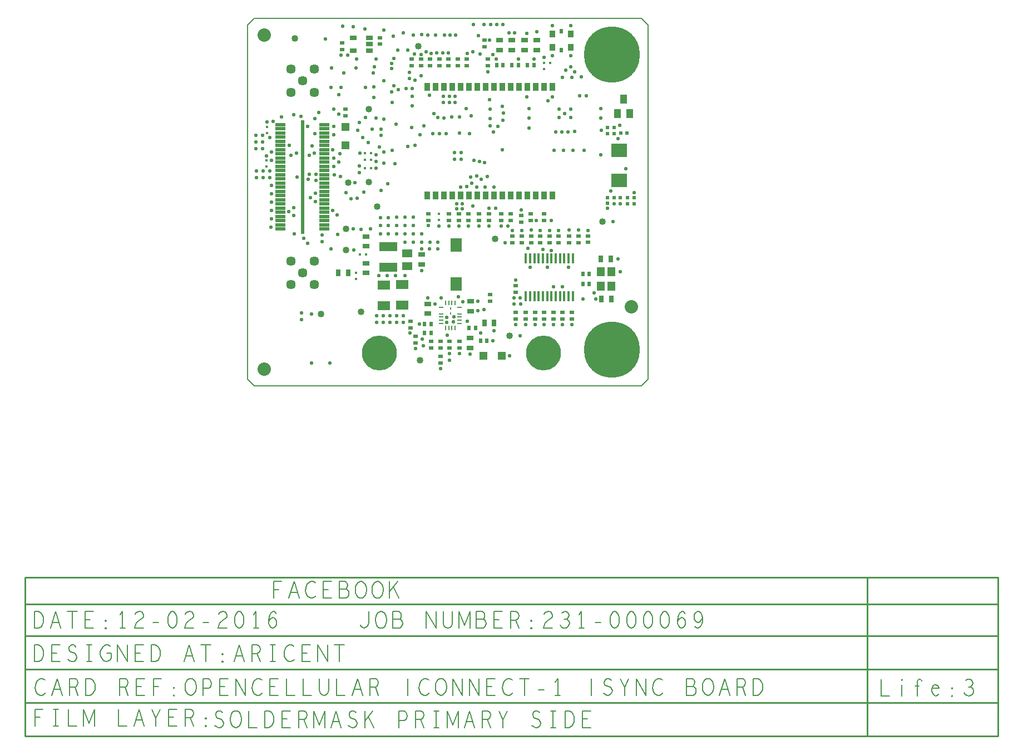
<source format=gbr>
G04 ================== begin FILE IDENTIFICATION RECORD ==================*
G04 Layout Name:  Fb_Connect1_SYNC_Life-3.brd*
G04 Film Name:    smpr.gbr*
G04 File Format:  Gerber RS274X*
G04 File Origin:  Cadence Allegro 16.6-2015-S065*
G04 Origin Date:  Fri Dec 02 18:28:17 2016*
G04 *
G04 Layer:  VIA CLASS/SOLDERMASK_TOP*
G04 Layer:  PIN/SOLDERMASK_TOP*
G04 Layer:  PACKAGE GEOMETRY/SOLDERMASK_TOP*
G04 Layer:  DRAWING FORMAT/SMPR*
G04 Layer:  DRAWING FORMAT/FILM_LABEL_OUTLINE*
G04 Layer:  BOARD GEOMETRY/OUTLINE*
G04 Layer:  BOARD GEOMETRY/SOLDERMASK_TOP*
G04 *
G04 Offset:    (0.000 0.000)*
G04 Mirror:    No*
G04 Mode:      Positive*
G04 Rotation:  0*
G04 FullContactRelief:  No*
G04 UndefLineWidth:     6.000*
G04 ================== end FILE IDENTIFICATION RECORD ====================*
%FSLAX25Y25*MOIN*%
%IR0*IPPOS*OFA0.00000B0.00000*MIA0B0*SFA1.00000B1.00000*%
%ADD32R,.066929X.07874*%
%ADD24R,.11X.055*%
%ADD15R,.024X.684*%
%ADD20C,.208661*%
%ADD36C,.334646*%
%ADD28R,.008661X.014173*%
%ADD29R,.008661X.015748*%
%ADD31R,.027559X.009843*%
%ADD30R,.009843X.027559*%
%ADD19R,.03X.024*%
%ADD25R,.024X.03*%
%ADD39R,.012X.08*%
%ADD13R,.059X.02*%
%ADD21R,.043X.028*%
%ADD17R,.028X.043*%
%ADD16C,.04*%
%ADD11C,.022*%
%ADD26R,.059X.051*%
%ADD23R,.075X.055*%
%ADD22R,.039X.028*%
%ADD10C,.08*%
%ADD40R,.039X.055*%
%ADD38R,.02X.02*%
%ADD27R,.035433X.05*%
%ADD12C,.057*%
%ADD14R,.018X.018*%
%ADD35R,.033465X.043307*%
%ADD34R,.023622X.031496*%
%ADD37R,.047244X.055118*%
%ADD18R,.047244X.047244*%
%ADD33R,.017717X.059055*%
%ADD41C,.01*%
%ADD42C,.006*%
G75*
%LPD*%
G75*
G36*
G01X218262Y127200D02*
Y119200D01*
X227362D01*
Y127200D01*
X218262D01*
G37*
G36*
G01Y145200D02*
Y137200D01*
X227362D01*
Y145200D01*
X218262D01*
G37*
G54D10*
X10000Y10000D03*
Y210000D03*
X230000Y47400D03*
G54D11*
X5400Y124800D03*
Y128800D03*
X5200Y150100D03*
Y146100D03*
Y142100D03*
X14537Y99900D03*
X14300Y95132D03*
X14537Y104900D03*
Y109900D03*
Y114900D03*
X24900Y104300D03*
X14537Y119900D03*
X13400Y124800D03*
X9400D03*
Y128800D03*
X13400D03*
X14537Y134900D03*
Y139900D03*
X11368Y137868D03*
X13500Y148600D03*
X9200Y150100D03*
Y146100D03*
Y142100D03*
X11868Y157932D03*
X15500Y158500D03*
X20500Y161000D03*
X38527Y13808D03*
X38500Y42900D03*
X32600Y43600D03*
Y39600D03*
X28047Y91100D03*
X36000Y85532D03*
X33768Y88500D03*
X40968Y110300D03*
Y115300D03*
X37968Y112800D03*
X27800Y106700D03*
X27900Y102200D03*
X29800Y125200D03*
X41000Y123200D03*
X36600Y123600D03*
X41100Y126700D03*
X37000Y126800D03*
X26000Y138000D03*
X37000D03*
X29500Y139500D03*
X40000D03*
X25300Y143950D03*
X38800Y143800D03*
X40500Y150900D03*
X32000Y161500D03*
X40500Y160000D03*
X36217Y155402D03*
X27724Y162500D03*
X49527Y13803D03*
X50269Y82100D03*
X44800Y86412D03*
X44768Y90300D03*
X54100Y90700D03*
X51140Y104870D03*
X53700Y102500D03*
X51700Y131450D03*
X55737Y125316D03*
X52050Y126450D03*
X51900Y150300D03*
X51050Y141450D03*
X51750Y136450D03*
X55400Y138950D03*
X54950Y133950D03*
X42717Y163783D03*
X54824Y162861D03*
X51900Y155300D03*
X51770Y165630D03*
X50250Y178660D03*
X56220Y178560D03*
X54824Y174476D03*
X57800Y187230D03*
X50501Y190500D03*
X56300Y198000D03*
X46800Y207800D03*
X57224Y215224D03*
X63700Y81500D03*
X73700Y94100D03*
X68300Y93800D03*
X63400Y93950D03*
X65900Y112300D03*
X69800Y116200D03*
X59300Y115753D03*
X62005Y112125D03*
X67100Y131600D03*
Y127600D03*
X64400Y121600D03*
X69300Y148800D03*
X72605Y145850D03*
X67650Y139350D03*
X70800Y160800D03*
X66000Y153100D03*
X74700Y153700D03*
X67200Y157800D03*
X75700Y172800D03*
X70860Y178810D03*
X75705Y178905D03*
X65038Y190500D03*
X75370Y187320D03*
X60300Y197900D03*
X65600Y195600D03*
X70500Y213600D03*
X63550Y215000D03*
X89377Y42090D03*
X85377D03*
X81377D03*
X77377D03*
X89377Y38090D03*
X85377D03*
X81377D03*
X77377D03*
X88877Y66064D03*
X83677Y65990D03*
X78877Y66090D03*
X79977Y95890D03*
X84477Y91190D03*
X79977D03*
X89477D03*
Y96190D03*
X84477Y95890D03*
X79977Y100590D03*
X89477Y100890D03*
X84477Y100590D03*
X81700Y133400D03*
X88500Y133000D03*
X84200Y121200D03*
X80000Y117200D03*
X77300Y130400D03*
X81700Y140000D03*
X86700Y141100D03*
X80136Y150100D03*
X79068Y143000D03*
X77300Y138400D03*
Y134400D03*
X81700Y159800D03*
X80105Y153850D03*
X89000Y156800D03*
X77144Y160456D03*
X81739Y182858D03*
X86600Y175900D03*
X86950Y169550D03*
X87900Y179600D03*
X90500Y177300D03*
X90300Y201100D03*
X76320Y191050D03*
X86500Y193000D03*
X77000Y195600D03*
X86515Y189985D03*
X87900Y195900D03*
X87600Y209300D03*
X81739Y213000D03*
X100677Y22321D03*
X104868Y27900D03*
X97600Y31700D03*
X105434Y23965D03*
X103268Y37183D03*
X93377Y42090D03*
Y38090D03*
X94468Y66000D03*
X108177Y52743D03*
X104577Y69037D03*
X104600Y82000D03*
X109300Y82100D03*
X94377Y86190D03*
X109400Y86100D03*
X104477Y86090D03*
X99477Y91190D03*
X94477D03*
X104477Y91090D03*
X99477Y96190D03*
X94477D03*
X99577Y86190D03*
X108418Y96018D03*
X94477Y100890D03*
X99477D03*
X100518Y143999D03*
X103382Y150462D03*
X96235Y143235D03*
X98600Y154850D03*
X105800Y155820D03*
X98700Y173350D03*
X95200Y178100D03*
X109300Y174000D03*
X98700Y167700D03*
X97000Y184200D03*
X98700Y178200D03*
X100500Y183050D03*
X107200Y199900D03*
X96210Y201180D03*
X100100Y198700D03*
X104031Y198500D03*
X97000Y187600D03*
X104300Y185600D03*
X108300Y210200D03*
X93446Y211368D03*
X104500Y210300D03*
X99487Y210187D03*
X115679Y10340D03*
X121177Y15390D03*
X119877Y30258D03*
X121177Y19321D03*
X123900Y41300D03*
X119500Y38200D03*
X123600Y38300D03*
X119500Y41200D03*
X112588Y48899D03*
X116076Y52857D03*
X126415Y53390D03*
X114200Y82000D03*
X114831Y95792D03*
X120831Y95818D03*
X114300Y86000D03*
X125500Y106000D03*
X125600Y109000D03*
X124200Y135800D03*
Y139800D03*
X119250Y151200D03*
X115250D03*
X111250D03*
X122600Y161200D03*
X117800Y160500D03*
X111700Y163100D03*
X114200Y160700D03*
X121000Y169800D03*
X117500Y173300D03*
X124500D03*
X117500Y169800D03*
X124500D03*
X121000Y173300D03*
X113500Y199500D03*
X120631D03*
X117100Y199400D03*
X110300Y198900D03*
X112900Y210100D03*
X121600Y210200D03*
X124665D03*
X118250Y210150D03*
X127177Y19321D03*
X139911Y31624D03*
X133377Y18990D03*
X141779Y45684D03*
X138054Y44929D03*
X131777Y38790D03*
X129327Y50290D03*
X138027Y50643D03*
X126868Y95792D03*
X132468D03*
X138831Y95818D03*
X135100Y107700D03*
X128900Y106000D03*
Y109100D03*
X127831Y119000D03*
X133800Y124900D03*
X131500Y119400D03*
X134376Y121400D03*
X137525Y125800D03*
Y119200D03*
X140000Y123700D03*
X142400Y119200D03*
X142294Y133700D03*
X128200Y135800D03*
Y139800D03*
X139100Y134400D03*
X135950Y135100D03*
X127100Y151400D03*
X133200Y150900D03*
X127200Y161200D03*
X131100Y166000D03*
X134000Y161800D03*
X135100Y200060D03*
X139600Y198700D03*
X131950Y198900D03*
X138400Y209600D03*
X141746Y216400D03*
X135365D03*
X147045Y27190D03*
X157158Y18090D03*
X147930Y33000D03*
X159768Y49000D03*
X159700Y52700D03*
X144668Y95792D03*
X152131D03*
X156100Y95600D03*
X158931Y93000D03*
X154532Y85732D03*
X148668Y106300D03*
X144668D03*
X143800Y125400D03*
X147831Y119000D03*
X152931Y141288D03*
X145481Y159950D03*
X145600Y155600D03*
X150200Y155300D03*
X145481Y165600D03*
X153500Y163500D03*
X152738Y167462D03*
X147631Y151931D03*
X153100Y159100D03*
X145000Y171300D03*
X147300Y198300D03*
X149062Y195738D03*
X144200Y188100D03*
X145720Y216400D03*
X149505D03*
X153305D03*
X156700Y211400D03*
X160200D03*
X145200Y207068D03*
X163600Y29900D03*
X160968Y36700D03*
X172468D03*
X166968D03*
X163668Y49000D03*
X160668Y63400D03*
X163600Y52700D03*
X168100Y82450D03*
X177130Y81600D03*
X169453Y70947D03*
X173300Y99124D03*
X175531Y93000D03*
X164431D03*
X170031Y93300D03*
X164031Y105506D03*
X168957Y154247D03*
Y160247D03*
Y166153D03*
X167600Y172900D03*
X171768Y195738D03*
X162336D03*
X167397Y211200D03*
X173531Y212120D03*
X183468Y36700D03*
X188968D03*
X177968D03*
X188700Y59300D03*
X183500Y59500D03*
X192484Y71016D03*
X182248Y81052D03*
X179689Y70911D03*
X186531Y93000D03*
X181031D03*
X192731Y93300D03*
X182200Y99124D03*
X189468Y140988D03*
X183968D03*
X193668Y165800D03*
X186668D03*
X190268Y163200D03*
X193668Y160800D03*
X186668D03*
X188600Y151900D03*
X192200Y152100D03*
X184900Y151900D03*
X182831Y173000D03*
X180000Y170612D03*
X193713Y197813D03*
X182887D03*
X190900Y189200D03*
X193700Y190900D03*
X188968Y184670D03*
X177831Y196631D03*
X193713Y215587D03*
X182887D03*
X194468Y36700D03*
X208700Y52000D03*
X207825Y55675D03*
X201300Y51900D03*
X204280Y93162D03*
X198331Y93300D03*
X201800Y140900D03*
X195190Y140988D03*
X196300Y152400D03*
X203100Y173600D03*
X199100D03*
X200190Y185012D03*
X194468Y184832D03*
X196100Y188000D03*
X222000Y76000D03*
X223331Y68331D03*
X219000Y98300D03*
X215789Y106211D03*
X217772Y116800D03*
X223412Y109100D03*
X219912D03*
X226742Y129958D03*
X211869Y138532D03*
X222200Y147900D03*
X211980Y166153D03*
X212000Y153200D03*
X223080Y155890D03*
X211980Y160247D03*
X231811Y115689D03*
G54D20*
X79218Y19728D03*
X177643D03*
G54D12*
X26061Y60535D03*
Y74550D03*
Y175850D03*
Y189865D03*
X40076Y60535D03*
X33068Y67542D03*
X40076Y74550D03*
Y175850D03*
X33068Y182858D03*
X40076Y189865D03*
G54D21*
X71000Y67542D03*
Y73442D03*
Y83550D03*
Y89450D03*
X108177Y43237D03*
Y49143D03*
X104577Y78543D03*
Y72637D03*
X133377Y22637D03*
Y28543D03*
X133677Y44737D03*
Y50643D03*
X151031Y201147D03*
X158531D03*
X151031Y207053D03*
X158531D03*
X173531Y201147D03*
X166031D03*
X173531Y207053D03*
X166031D03*
G54D30*
X118724Y34710D03*
X120692D03*
X122661D03*
X124630D03*
X118724Y49670D03*
X120692D03*
X122661D03*
X124630D03*
G54D40*
X221700Y163100D03*
X225450Y171800D03*
X229200Y163100D03*
G54D22*
X72999Y200812D03*
X63550D03*
X72999Y204552D03*
Y208293D03*
X63550D03*
G54D13*
X19818Y93950D03*
Y96450D03*
Y98950D03*
Y101450D03*
Y103950D03*
Y106450D03*
Y108950D03*
Y111450D03*
Y113950D03*
Y116450D03*
Y118950D03*
Y121450D03*
Y123950D03*
Y126450D03*
Y128950D03*
Y131450D03*
Y133950D03*
Y136450D03*
Y138950D03*
Y141450D03*
Y143950D03*
Y146450D03*
Y148950D03*
Y151450D03*
Y153950D03*
Y156450D03*
X46318Y93950D03*
Y96450D03*
Y98950D03*
Y101450D03*
Y103950D03*
Y106450D03*
Y108950D03*
Y111450D03*
Y113950D03*
Y116450D03*
Y118950D03*
Y121450D03*
Y123950D03*
Y126450D03*
Y128950D03*
Y131450D03*
Y133950D03*
Y136450D03*
Y138950D03*
Y141450D03*
Y143950D03*
Y146450D03*
Y148950D03*
Y151450D03*
Y153950D03*
Y156450D03*
G54D31*
X116165Y37268D03*
Y39237D03*
Y41206D03*
Y43174D03*
Y47111D03*
X127188Y37268D03*
Y39237D03*
Y41206D03*
Y43174D03*
Y47111D03*
G54D41*
G01X-133069Y-114500D02*
X371600D01*
Y-209700D01*
X-133069D01*
G01Y-114500D02*
Y-209700D01*
G01Y-189700D02*
X449900D01*
G01X-133069Y-169700D02*
X449900D01*
G01X-133069Y-149700D02*
X449900D01*
G01X-133069Y-130500D02*
X449900D01*
G01X371600Y-114500D02*
X449900D01*
Y-209700D01*
X371600D01*
G54D14*
X11368Y131300D03*
Y134900D03*
X11868Y155100D03*
Y151500D03*
X65050Y63942D03*
Y67542D03*
X67400Y78550D03*
X71000D03*
X74232Y130350D03*
X70632D03*
X70592Y135350D03*
X74192D03*
X74232Y139350D03*
X70632D03*
X114831Y103061D03*
Y99461D03*
X177831Y193300D03*
Y189700D03*
Y193300D03*
X181431D03*
G54D23*
X81777Y48087D03*
X92799Y48409D03*
X81777Y60292D03*
X92799Y60614D03*
G54D32*
X125177Y60879D03*
Y84501D03*
G54D42*
G01X-127194Y-203500D02*
Y-193500D01*
X-122444D01*
G01X-124194Y-198333D02*
X-127194D01*
G01X-116319Y-193500D02*
X-113320D01*
G01X-114819D02*
Y-203500D01*
G01X-116319D02*
X-113320D01*
G01X-107319Y-193500D02*
Y-203500D01*
X-102319D01*
G01X-98069D02*
Y-193500D01*
X-94819Y-201833D01*
X-91569Y-193500D01*
Y-203500D01*
G01X-77319Y-193500D02*
Y-203500D01*
X-72319D01*
G01X-67944D02*
X-64819Y-193500D01*
X-61694Y-203500D01*
G01X-62819Y-200000D02*
X-66819D01*
G01X-54819Y-203500D02*
Y-199000D01*
X-57319Y-193500D01*
G01X-52319D02*
X-54819Y-199000D01*
G01X-42319Y-203500D02*
X-47319D01*
Y-193500D01*
X-42319D01*
G01X-44319Y-198333D02*
X-47319D01*
G01X-37319Y-203500D02*
Y-193500D01*
X-34194D01*
X-33194Y-194000D01*
X-32569Y-194667D01*
X-32319Y-196000D01*
X-32569Y-197333D01*
X-33319Y-198167D01*
X-34194Y-198667D01*
X-37319D01*
G01X-34194D02*
X-32319Y-203500D01*
G01X-24819Y-203833D02*
X-25069Y-203667D01*
Y-203333D01*
X-24819Y-203167D01*
X-24569Y-203333D01*
Y-203667D01*
X-24819Y-203833D01*
G01Y-199334D02*
X-25069Y-199167D01*
Y-198833D01*
X-24819Y-198667D01*
X-24569Y-198833D01*
Y-199167D01*
X-24819Y-199334D01*
G01X-127569Y-165000D02*
Y-155000D01*
X-125069D01*
X-124069Y-155500D01*
X-123319Y-156167D01*
X-122694Y-157166D01*
X-122194Y-158334D01*
X-122069Y-160000D01*
X-122194Y-161667D01*
X-122694Y-162834D01*
X-123319Y-163834D01*
X-124069Y-164500D01*
X-125069Y-165000D01*
X-127569D01*
G01X-112319D02*
X-117319D01*
Y-155000D01*
X-112319D01*
G01X-114319Y-159833D02*
X-117319D01*
G01X-107444Y-163667D02*
X-106444Y-164500D01*
X-105319Y-165000D01*
X-104319D01*
X-103319Y-164500D01*
X-102569Y-163667D01*
X-102194Y-162500D01*
X-102444Y-161334D01*
X-103069Y-160333D01*
X-104194Y-159667D01*
X-105694Y-159333D01*
X-106569Y-158667D01*
X-106944Y-157500D01*
X-106694Y-156333D01*
X-106069Y-155500D01*
X-105194Y-155000D01*
X-104319D01*
X-103444Y-155333D01*
X-102694Y-156167D01*
G01X-96319Y-155000D02*
X-93320D01*
G01X-94819D02*
Y-165000D01*
G01X-96319D02*
X-93320D01*
G01X-84069Y-160000D02*
X-81569D01*
Y-163000D01*
X-82319Y-164000D01*
X-83194Y-164667D01*
X-84444Y-165000D01*
X-85694Y-164667D01*
X-86569Y-164000D01*
X-87319Y-163000D01*
X-87820Y-161833D01*
X-88069Y-160500D01*
Y-159333D01*
X-87820Y-158334D01*
X-87319Y-157166D01*
X-86569Y-156167D01*
X-85819Y-155500D01*
X-84819Y-155000D01*
X-83944D01*
X-82944Y-155333D01*
X-82194Y-156000D01*
G01X-77694Y-165000D02*
Y-155000D01*
X-71944Y-165000D01*
Y-155000D01*
G01X-62319Y-165000D02*
X-67319D01*
Y-155000D01*
X-62319D01*
G01X-64319Y-159833D02*
X-67319D01*
G01X-57569Y-165000D02*
Y-155000D01*
X-55069D01*
X-54069Y-155500D01*
X-53319Y-156167D01*
X-52694Y-157166D01*
X-52194Y-158334D01*
X-52069Y-160000D01*
X-52194Y-161667D01*
X-52694Y-162834D01*
X-53319Y-163834D01*
X-54069Y-164500D01*
X-55069Y-165000D01*
X-57569D01*
G01X-37944D02*
X-34819Y-155000D01*
X-31694Y-165000D01*
G01X-32819Y-161500D02*
X-36819D01*
G01X-24819Y-155000D02*
Y-165000D01*
G01X-27694Y-155000D02*
X-21944D01*
G01X-14819Y-165333D02*
X-15069Y-165167D01*
Y-164833D01*
X-14819Y-164667D01*
X-14569Y-164833D01*
Y-165167D01*
X-14819Y-165333D01*
G01Y-160834D02*
X-15069Y-160667D01*
Y-160333D01*
X-14819Y-160167D01*
X-14569Y-160333D01*
Y-160667D01*
X-14819Y-160834D01*
G01X-7944Y-165000D02*
X-4819Y-155000D01*
X-1694Y-165000D01*
G01X-2819Y-161500D02*
X-6819D01*
G01X2681Y-165000D02*
Y-155000D01*
X5806D01*
X6806Y-155500D01*
X7431Y-156167D01*
X7681Y-157500D01*
X7431Y-158833D01*
X6681Y-159667D01*
X5806Y-160167D01*
X2681D01*
G01X5806D02*
X7681Y-165000D01*
G01X13681Y-155000D02*
X16680D01*
G01X15181D02*
Y-165000D01*
G01X13681D02*
X16680D01*
G01X27931Y-155834D02*
X27181Y-155333D01*
X26306Y-155000D01*
X25306D01*
X24181Y-155500D01*
X23306Y-156333D01*
X22681Y-157333D01*
X22180Y-159000D01*
X22056Y-160500D01*
X22306Y-162000D01*
X22681Y-163000D01*
X23431Y-164000D01*
X24306Y-164667D01*
X25181Y-165000D01*
X26056D01*
X26931Y-164667D01*
X27681Y-164167D01*
X28306Y-163500D01*
G01X37681Y-165000D02*
X32681D01*
Y-155000D01*
X37681D01*
G01X35681Y-159833D02*
X32681D01*
G01X42306Y-165000D02*
Y-155000D01*
X48056Y-165000D01*
Y-155000D01*
G01X55181D02*
Y-165000D01*
G01X52306Y-155000D02*
X58056D01*
G01X-127569Y-145000D02*
Y-135000D01*
X-125069D01*
X-124069Y-135500D01*
X-123319Y-136167D01*
X-122694Y-137166D01*
X-122194Y-138334D01*
X-122069Y-140000D01*
X-122194Y-141667D01*
X-122694Y-142834D01*
X-123319Y-143834D01*
X-124069Y-144500D01*
X-125069Y-145000D01*
X-127569D01*
G01X-117944D02*
X-114819Y-135000D01*
X-111694Y-145000D01*
G01X-112819Y-141500D02*
X-116819D01*
G01X-104819Y-135000D02*
Y-145000D01*
G01X-107694Y-135000D02*
X-101944D01*
G01X-92319Y-145000D02*
X-97319D01*
Y-135000D01*
X-92319D01*
G01X-94319Y-139833D02*
X-97319D01*
G01X-84819Y-145333D02*
X-85069Y-145167D01*
Y-144833D01*
X-84819Y-144667D01*
X-84569Y-144833D01*
Y-145167D01*
X-84819Y-145333D01*
G01Y-140834D02*
X-85069Y-140667D01*
Y-140333D01*
X-84819Y-140167D01*
X-84569Y-140333D01*
Y-140667D01*
X-84819Y-140834D01*
G01X-74819Y-145000D02*
Y-135000D01*
X-76319Y-137000D01*
G01Y-145000D02*
X-73320D01*
G01X-67194Y-136667D02*
X-66444Y-135667D01*
X-65569Y-135167D01*
X-64569Y-135000D01*
X-63319Y-135333D01*
X-62444Y-136167D01*
X-62194Y-137166D01*
X-62319Y-138167D01*
X-62819Y-139000D01*
X-65319Y-140667D01*
X-66444Y-141833D01*
X-67194Y-143500D01*
X-67444Y-145000D01*
X-62194D01*
G01X-56444Y-141667D02*
X-53194D01*
G01X-44819Y-135000D02*
X-45819Y-135333D01*
X-46569Y-136167D01*
X-47069Y-137166D01*
X-47444Y-138500D01*
X-47569Y-140000D01*
X-47444Y-141500D01*
X-47069Y-142834D01*
X-46569Y-143834D01*
X-45819Y-144667D01*
X-44819Y-145000D01*
X-43819Y-144667D01*
X-43069Y-143834D01*
X-42569Y-142834D01*
X-42194Y-141500D01*
X-42069Y-140000D01*
X-42194Y-138500D01*
X-42569Y-137166D01*
X-43069Y-136167D01*
X-43819Y-135333D01*
X-44819Y-135000D01*
G01X-37194Y-136667D02*
X-36444Y-135667D01*
X-35569Y-135167D01*
X-34569Y-135000D01*
X-33319Y-135333D01*
X-32444Y-136167D01*
X-32194Y-137166D01*
X-32319Y-138167D01*
X-32819Y-139000D01*
X-35319Y-140667D01*
X-36444Y-141833D01*
X-37194Y-143500D01*
X-37444Y-145000D01*
X-32194D01*
G01X-26444Y-141667D02*
X-23194D01*
G01X-17194Y-136667D02*
X-16444Y-135667D01*
X-15569Y-135167D01*
X-14569Y-135000D01*
X-13319Y-135333D01*
X-12444Y-136167D01*
X-12194Y-137166D01*
X-12319Y-138167D01*
X-12819Y-139000D01*
X-15319Y-140667D01*
X-16444Y-141833D01*
X-17194Y-143500D01*
X-17444Y-145000D01*
X-12194D01*
G01X-4819Y-135000D02*
X-5819Y-135333D01*
X-6569Y-136167D01*
X-7069Y-137166D01*
X-7444Y-138500D01*
X-7569Y-140000D01*
X-7444Y-141500D01*
X-7069Y-142834D01*
X-6569Y-143834D01*
X-5819Y-144667D01*
X-4819Y-145000D01*
X-3819Y-144667D01*
X-3069Y-143834D01*
X-2569Y-142834D01*
X-2194Y-141500D01*
X-2069Y-140000D01*
X-2194Y-138500D01*
X-2569Y-137166D01*
X-3069Y-136167D01*
X-3819Y-135333D01*
X-4819Y-135000D01*
G01X5181Y-145000D02*
Y-135000D01*
X3681Y-137000D01*
G01Y-145000D02*
X6680D01*
G01X12806Y-140834D02*
X13681Y-139667D01*
X14431Y-139000D01*
X15431Y-138667D01*
X16306Y-139000D01*
X16931Y-139667D01*
X17431Y-140667D01*
X17556Y-141833D01*
X17431Y-142834D01*
X16931Y-143834D01*
X16181Y-144667D01*
X15306Y-145000D01*
X14306Y-144667D01*
X13431Y-143667D01*
X12931Y-142167D01*
X12806Y-140500D01*
X13056Y-138334D01*
X13431Y-137166D01*
X14056Y-136000D01*
X14931Y-135167D01*
X15806Y-135000D01*
X16681Y-135333D01*
X17306Y-136167D01*
G01X-121200Y-176034D02*
X-121950Y-175533D01*
X-122825Y-175200D01*
X-123825D01*
X-124950Y-175700D01*
X-125825Y-176533D01*
X-126450Y-177533D01*
X-126950Y-179200D01*
X-127075Y-180700D01*
X-126825Y-182200D01*
X-126450Y-183200D01*
X-125700Y-184200D01*
X-124825Y-184867D01*
X-123950Y-185200D01*
X-123075D01*
X-122200Y-184867D01*
X-121450Y-184367D01*
X-120825Y-183700D01*
G01X-117075Y-185200D02*
X-113950Y-175200D01*
X-110825Y-185200D01*
G01X-111950Y-181700D02*
X-115950D01*
G01X-106450Y-185200D02*
Y-175200D01*
X-103325D01*
X-102325Y-175700D01*
X-101700Y-176367D01*
X-101450Y-177700D01*
X-101700Y-179033D01*
X-102450Y-179867D01*
X-103325Y-180367D01*
X-106450D01*
G01X-103325D02*
X-101450Y-185200D01*
G01X-96700D02*
Y-175200D01*
X-94200D01*
X-93200Y-175700D01*
X-92450Y-176367D01*
X-91825Y-177366D01*
X-91325Y-178534D01*
X-91200Y-180200D01*
X-91325Y-181867D01*
X-91825Y-183034D01*
X-92450Y-184034D01*
X-93200Y-184700D01*
X-94200Y-185200D01*
X-96700D01*
G01X-76450D02*
Y-175200D01*
X-73325D01*
X-72325Y-175700D01*
X-71700Y-176367D01*
X-71450Y-177700D01*
X-71700Y-179033D01*
X-72450Y-179867D01*
X-73325Y-180367D01*
X-76450D01*
G01X-73325D02*
X-71450Y-185200D01*
G01X-61450D02*
X-66450D01*
Y-175200D01*
X-61450D01*
G01X-63450Y-180033D02*
X-66450D01*
G01X-56325Y-185200D02*
Y-175200D01*
X-51575D01*
G01X-53325Y-180033D02*
X-56325D01*
G01X-43950Y-185533D02*
X-44200Y-185367D01*
Y-185033D01*
X-43950Y-184867D01*
X-43700Y-185033D01*
Y-185367D01*
X-43950Y-185533D01*
G01Y-181034D02*
X-44200Y-180867D01*
Y-180533D01*
X-43950Y-180367D01*
X-43700Y-180533D01*
Y-180867D01*
X-43950Y-181034D01*
G01X-33950Y-185200D02*
X-34950Y-185033D01*
X-35825Y-184367D01*
X-36575Y-183367D01*
X-37075Y-182200D01*
X-37325Y-180867D01*
Y-179533D01*
X-37075Y-178200D01*
X-36575Y-177033D01*
X-35825Y-176034D01*
X-34950Y-175367D01*
X-33950Y-175200D01*
X-32950Y-175367D01*
X-32075Y-176034D01*
X-31325Y-177033D01*
X-30825Y-178200D01*
X-30575Y-179533D01*
Y-180867D01*
X-30825Y-182200D01*
X-31325Y-183367D01*
X-32075Y-184367D01*
X-32950Y-185033D01*
X-33950Y-185200D01*
G01X-26450D02*
Y-175200D01*
X-23450D01*
X-22450Y-175700D01*
X-21700Y-176867D01*
X-21450Y-178200D01*
X-21700Y-179533D01*
X-22325Y-180533D01*
X-23450Y-181034D01*
X-26450D01*
G01X-11450Y-185200D02*
X-16450D01*
Y-175200D01*
X-11450D01*
G01X-13450Y-180033D02*
X-16450D01*
G01X-6825Y-185200D02*
Y-175200D01*
X-1075Y-185200D01*
Y-175200D01*
G01X8800Y-176034D02*
X8050Y-175533D01*
X7175Y-175200D01*
X6175D01*
X5050Y-175700D01*
X4175Y-176533D01*
X3550Y-177533D01*
X3050Y-179200D01*
X2925Y-180700D01*
X3175Y-182200D01*
X3550Y-183200D01*
X4300Y-184200D01*
X5175Y-184867D01*
X6050Y-185200D01*
X6925D01*
X7800Y-184867D01*
X8550Y-184367D01*
X9175Y-183700D01*
G01X18550Y-185200D02*
X13550D01*
Y-175200D01*
X18550D01*
G01X16550Y-180033D02*
X13550D01*
G01X23550Y-175200D02*
Y-185200D01*
X28550D01*
G01X33550Y-175200D02*
Y-185200D01*
X38550D01*
G01X43300Y-175200D02*
Y-182367D01*
X43800Y-183867D01*
X44800Y-184867D01*
X46050Y-185200D01*
X47300Y-184867D01*
X48300Y-183867D01*
X48800Y-182367D01*
Y-175200D01*
G01X53550D02*
Y-185200D01*
X58550D01*
G01X62925D02*
X66050Y-175200D01*
X69175Y-185200D01*
G01X68050Y-181700D02*
X64050D01*
G01X73550Y-185200D02*
Y-175200D01*
X76675D01*
X77675Y-175700D01*
X78300Y-176367D01*
X78550Y-177700D01*
X78300Y-179033D01*
X77550Y-179867D01*
X76675Y-180367D01*
X73550D01*
G01X76675D02*
X78550Y-185200D01*
G01X96050D02*
Y-175200D01*
G01X108800Y-176034D02*
X108050Y-175533D01*
X107175Y-175200D01*
X106175D01*
X105050Y-175700D01*
X104175Y-176533D01*
X103550Y-177533D01*
X103050Y-179200D01*
X102925Y-180700D01*
X103175Y-182200D01*
X103550Y-183200D01*
X104300Y-184200D01*
X105175Y-184867D01*
X106050Y-185200D01*
X106925D01*
X107800Y-184867D01*
X108550Y-184367D01*
X109175Y-183700D01*
G01X116050Y-185200D02*
X115050Y-185033D01*
X114175Y-184367D01*
X113425Y-183367D01*
X112925Y-182200D01*
X112675Y-180867D01*
Y-179533D01*
X112925Y-178200D01*
X113425Y-177033D01*
X114175Y-176034D01*
X115050Y-175367D01*
X116050Y-175200D01*
X117050Y-175367D01*
X117925Y-176034D01*
X118675Y-177033D01*
X119175Y-178200D01*
X119425Y-179533D01*
Y-180867D01*
X119175Y-182200D01*
X118675Y-183367D01*
X117925Y-184367D01*
X117050Y-185033D01*
X116050Y-185200D01*
G01X123175D02*
Y-175200D01*
X128925Y-185200D01*
Y-175200D01*
G01X133175Y-185200D02*
Y-175200D01*
X138925Y-185200D01*
Y-175200D01*
G01X148550Y-185200D02*
X143550D01*
Y-175200D01*
X148550D01*
G01X146550Y-180033D02*
X143550D01*
G01X158800Y-176034D02*
X158050Y-175533D01*
X157175Y-175200D01*
X156175D01*
X155050Y-175700D01*
X154175Y-176533D01*
X153550Y-177533D01*
X153050Y-179200D01*
X152925Y-180700D01*
X153175Y-182200D01*
X153550Y-183200D01*
X154300Y-184200D01*
X155175Y-184867D01*
X156050Y-185200D01*
X156925D01*
X157800Y-184867D01*
X158550Y-184367D01*
X159175Y-183700D01*
G01X166050Y-175200D02*
Y-185200D01*
G01X163175Y-175200D02*
X168925D01*
G01X174425Y-181867D02*
X177675D01*
G01X186050Y-185200D02*
Y-175200D01*
X184550Y-177200D01*
G01Y-185200D02*
X187550D01*
G01X206050D02*
Y-175200D01*
G01X213425Y-183867D02*
X214425Y-184700D01*
X215550Y-185200D01*
X216550D01*
X217550Y-184700D01*
X218300Y-183867D01*
X218675Y-182700D01*
X218425Y-181534D01*
X217800Y-180533D01*
X216675Y-179867D01*
X215175Y-179533D01*
X214300Y-178867D01*
X213925Y-177700D01*
X214175Y-176533D01*
X214800Y-175700D01*
X215675Y-175200D01*
X216550D01*
X217425Y-175533D01*
X218175Y-176367D01*
G01X226050Y-185200D02*
Y-180700D01*
X223550Y-175200D01*
G01X228550D02*
X226050Y-180700D01*
G01X233175Y-185200D02*
Y-175200D01*
X238925Y-185200D01*
Y-175200D01*
G01X248800Y-176034D02*
X248050Y-175533D01*
X247175Y-175200D01*
X246175D01*
X245050Y-175700D01*
X244175Y-176533D01*
X243550Y-177533D01*
X243050Y-179200D01*
X242925Y-180700D01*
X243175Y-182200D01*
X243550Y-183200D01*
X244300Y-184200D01*
X245175Y-184867D01*
X246050Y-185200D01*
X246925D01*
X247800Y-184867D01*
X248550Y-184367D01*
X249175Y-183700D01*
G01X267050Y-179867D02*
X267550Y-179367D01*
X267925Y-178534D01*
X268175Y-177366D01*
X267925Y-176367D01*
X267425Y-175700D01*
X266550Y-175200D01*
X263175D01*
Y-185200D01*
X267300D01*
X268175Y-184534D01*
X268675Y-183533D01*
X268925Y-182367D01*
X268675Y-181200D01*
X267925Y-180200D01*
X267050Y-179867D01*
X263175D01*
G01X276050Y-185200D02*
X275050Y-185033D01*
X274175Y-184367D01*
X273425Y-183367D01*
X272925Y-182200D01*
X272675Y-180867D01*
Y-179533D01*
X272925Y-178200D01*
X273425Y-177033D01*
X274175Y-176034D01*
X275050Y-175367D01*
X276050Y-175200D01*
X277050Y-175367D01*
X277925Y-176034D01*
X278675Y-177033D01*
X279175Y-178200D01*
X279425Y-179533D01*
Y-180867D01*
X279175Y-182200D01*
X278675Y-183367D01*
X277925Y-184367D01*
X277050Y-185033D01*
X276050Y-185200D01*
G01X282925D02*
X286050Y-175200D01*
X289175Y-185200D01*
G01X288050Y-181700D02*
X284050D01*
G01X293550Y-185200D02*
Y-175200D01*
X296675D01*
X297675Y-175700D01*
X298300Y-176367D01*
X298550Y-177700D01*
X298300Y-179033D01*
X297550Y-179867D01*
X296675Y-180367D01*
X293550D01*
G01X296675D02*
X298550Y-185200D01*
G01X303300D02*
Y-175200D01*
X305800D01*
X306800Y-175700D01*
X307550Y-176367D01*
X308175Y-177366D01*
X308675Y-178534D01*
X308800Y-180200D01*
X308675Y-181867D01*
X308175Y-183034D01*
X307550Y-184034D01*
X306800Y-184700D01*
X305800Y-185200D01*
X303300D01*
G01X-19444Y-203167D02*
X-18444Y-204000D01*
X-17319Y-204500D01*
X-16319D01*
X-15319Y-204000D01*
X-14569Y-203167D01*
X-14194Y-202000D01*
X-14444Y-200834D01*
X-15069Y-199833D01*
X-16194Y-199167D01*
X-17694Y-198833D01*
X-18569Y-198167D01*
X-18944Y-197000D01*
X-18694Y-195833D01*
X-18069Y-195000D01*
X-17194Y-194500D01*
X-16319D01*
X-15444Y-194833D01*
X-14694Y-195667D01*
G01X-6819Y-204500D02*
X-7819Y-204333D01*
X-8694Y-203667D01*
X-9444Y-202667D01*
X-9944Y-201500D01*
X-10194Y-200167D01*
Y-198833D01*
X-9944Y-197500D01*
X-9444Y-196333D01*
X-8694Y-195334D01*
X-7819Y-194667D01*
X-6819Y-194500D01*
X-5819Y-194667D01*
X-4944Y-195334D01*
X-4194Y-196333D01*
X-3694Y-197500D01*
X-3444Y-198833D01*
Y-200167D01*
X-3694Y-201500D01*
X-4194Y-202667D01*
X-4944Y-203667D01*
X-5819Y-204333D01*
X-6819Y-204500D01*
G01X681Y-194500D02*
Y-204500D01*
X5681D01*
G01X10431D02*
Y-194500D01*
X12931D01*
X13931Y-195000D01*
X14681Y-195667D01*
X15306Y-196666D01*
X15806Y-197834D01*
X15931Y-199500D01*
X15806Y-201167D01*
X15306Y-202334D01*
X14681Y-203334D01*
X13931Y-204000D01*
X12931Y-204500D01*
X10431D01*
G01X25681D02*
X20681D01*
Y-194500D01*
X25681D01*
G01X23681Y-199333D02*
X20681D01*
G01X30681Y-204500D02*
Y-194500D01*
X33806D01*
X34806Y-195000D01*
X35431Y-195667D01*
X35681Y-197000D01*
X35431Y-198333D01*
X34681Y-199167D01*
X33806Y-199667D01*
X30681D01*
G01X33806D02*
X35681Y-204500D01*
G01X39931D02*
Y-194500D01*
X43181Y-202833D01*
X46431Y-194500D01*
Y-204500D01*
G01X50056D02*
X53181Y-194500D01*
X56306Y-204500D01*
G01X55181Y-201000D02*
X51181D01*
G01X60556Y-203167D02*
X61556Y-204000D01*
X62681Y-204500D01*
X63681D01*
X64681Y-204000D01*
X65431Y-203167D01*
X65806Y-202000D01*
X65556Y-200834D01*
X64931Y-199833D01*
X63806Y-199167D01*
X62306Y-198833D01*
X61431Y-198167D01*
X61056Y-197000D01*
X61306Y-195833D01*
X61931Y-195000D01*
X62806Y-194500D01*
X63681D01*
X64556Y-194833D01*
X65306Y-195667D01*
G01X70431Y-204500D02*
Y-194500D01*
G01X75181D02*
X70431Y-200667D01*
G01X75931Y-204500D02*
X72556Y-197834D01*
G01X90681Y-204500D02*
Y-194500D01*
X93681D01*
X94681Y-195000D01*
X95431Y-196167D01*
X95681Y-197500D01*
X95431Y-198833D01*
X94806Y-199833D01*
X93681Y-200334D01*
X90681D01*
G01X100681Y-204500D02*
Y-194500D01*
X103806D01*
X104806Y-195000D01*
X105431Y-195667D01*
X105681Y-197000D01*
X105431Y-198333D01*
X104681Y-199167D01*
X103806Y-199667D01*
X100681D01*
G01X103806D02*
X105681Y-204500D01*
G01X111681Y-194500D02*
X114681D01*
G01X113181D02*
Y-204500D01*
G01X111681D02*
X114681D01*
G01X119931D02*
Y-194500D01*
X123181Y-202833D01*
X126431Y-194500D01*
Y-204500D01*
G01X130056D02*
X133181Y-194500D01*
X136306Y-204500D01*
G01X135181Y-201000D02*
X131181D01*
G01X140681Y-204500D02*
Y-194500D01*
X143806D01*
X144806Y-195000D01*
X145431Y-195667D01*
X145681Y-197000D01*
X145431Y-198333D01*
X144681Y-199167D01*
X143806Y-199667D01*
X140681D01*
G01X143806D02*
X145681Y-204500D01*
G01X153181D02*
Y-200000D01*
X150681Y-194500D01*
G01X155681D02*
X153181Y-200000D01*
G01X170556Y-203167D02*
X171556Y-204000D01*
X172681Y-204500D01*
X173681D01*
X174681Y-204000D01*
X175431Y-203167D01*
X175806Y-202000D01*
X175556Y-200834D01*
X174931Y-199833D01*
X173806Y-199167D01*
X172306Y-198833D01*
X171431Y-198167D01*
X171056Y-197000D01*
X171306Y-195833D01*
X171931Y-195000D01*
X172806Y-194500D01*
X173681D01*
X174556Y-194833D01*
X175306Y-195667D01*
G01X181681Y-194500D02*
X184680D01*
G01X183181D02*
Y-204500D01*
G01X181681D02*
X184680D01*
G01X190431D02*
Y-194500D01*
X192931D01*
X193931Y-195000D01*
X194681Y-195667D01*
X195306Y-196666D01*
X195806Y-197834D01*
X195931Y-199500D01*
X195806Y-201167D01*
X195306Y-202334D01*
X194681Y-203334D01*
X193931Y-204000D01*
X192931Y-204500D01*
X190431D01*
G01X205681D02*
X200681D01*
Y-194500D01*
X205681D01*
G01X203681Y-199333D02*
X200681D01*
G01X4000Y220000D02*
X0Y216000D01*
Y4000D01*
X4000Y0D01*
X236000D01*
X240000Y4000D01*
Y216000D01*
X236000Y220000D01*
X4000D01*
G01X15693Y-127100D02*
Y-117100D01*
X20444D01*
G01X18694Y-121933D02*
X15693D01*
G01X24943Y-127100D02*
X28068Y-117100D01*
X31194Y-127100D01*
G01X30068Y-123600D02*
X26068D01*
G01X40818Y-117934D02*
X40068Y-117433D01*
X39194Y-117100D01*
X38194D01*
X37068Y-117600D01*
X36194Y-118433D01*
X35568Y-119433D01*
X35068Y-121100D01*
X34943Y-122600D01*
X35194Y-124100D01*
X35568Y-125100D01*
X36318Y-126100D01*
X37194Y-126767D01*
X38068Y-127100D01*
X38943D01*
X39818Y-126767D01*
X40568Y-126267D01*
X41194Y-125600D01*
G01X50569Y-127100D02*
X45568D01*
Y-117100D01*
X50569D01*
G01X48568Y-121933D02*
X45568D01*
G01X59068Y-121767D02*
X59568Y-121267D01*
X59943Y-120434D01*
X60194Y-119267D01*
X59943Y-118267D01*
X59443Y-117600D01*
X58568Y-117100D01*
X55193D01*
Y-127100D01*
X59319D01*
X60194Y-126434D01*
X60694Y-125433D01*
X60943Y-124267D01*
X60694Y-123100D01*
X59943Y-122100D01*
X59068Y-121767D01*
X55193D01*
G01X68068Y-127100D02*
X67068Y-126933D01*
X66194Y-126267D01*
X65444Y-125267D01*
X64943Y-124100D01*
X64693Y-122767D01*
Y-121433D01*
X64943Y-120100D01*
X65444Y-118933D01*
X66194Y-117934D01*
X67068Y-117267D01*
X68068Y-117100D01*
X69068Y-117267D01*
X69943Y-117934D01*
X70694Y-118933D01*
X71194Y-120100D01*
X71444Y-121433D01*
Y-122767D01*
X71194Y-124100D01*
X70694Y-125267D01*
X69943Y-126267D01*
X69068Y-126933D01*
X68068Y-127100D01*
G01X78068D02*
X77068Y-126933D01*
X76194Y-126267D01*
X75444Y-125267D01*
X74943Y-124100D01*
X74693Y-122767D01*
Y-121433D01*
X74943Y-120100D01*
X75444Y-118933D01*
X76194Y-117934D01*
X77068Y-117267D01*
X78068Y-117100D01*
X79068Y-117267D01*
X79943Y-117934D01*
X80694Y-118933D01*
X81194Y-120100D01*
X81444Y-121433D01*
Y-122767D01*
X81194Y-124100D01*
X80694Y-125267D01*
X79943Y-126267D01*
X79068Y-126933D01*
X78068Y-127100D01*
G01X85318D02*
Y-117100D01*
G01X90068D02*
X85318Y-123267D01*
G01X90818Y-127100D02*
X87444Y-120434D01*
G01X67681Y-143000D02*
X68306Y-144000D01*
X69056Y-144667D01*
X69931Y-145000D01*
X70931Y-144667D01*
X71681Y-144000D01*
X72431Y-143000D01*
X72681Y-141667D01*
Y-135000D01*
G01X80181Y-145000D02*
X79181Y-144833D01*
X78306Y-144167D01*
X77556Y-143167D01*
X77056Y-142000D01*
X76806Y-140667D01*
Y-139333D01*
X77056Y-138000D01*
X77556Y-136833D01*
X78306Y-135834D01*
X79181Y-135167D01*
X80181Y-135000D01*
X81181Y-135167D01*
X82056Y-135834D01*
X82806Y-136833D01*
X83306Y-138000D01*
X83556Y-139333D01*
Y-140667D01*
X83306Y-142000D01*
X82806Y-143167D01*
X82056Y-144167D01*
X81181Y-144833D01*
X80181Y-145000D01*
G01X91181Y-139667D02*
X91681Y-139167D01*
X92056Y-138334D01*
X92306Y-137166D01*
X92056Y-136167D01*
X91556Y-135500D01*
X90681Y-135000D01*
X87306D01*
Y-145000D01*
X91431D01*
X92306Y-144334D01*
X92806Y-143333D01*
X93056Y-142167D01*
X92806Y-141000D01*
X92056Y-140000D01*
X91181Y-139667D01*
X87306D01*
G01X107306Y-145000D02*
Y-135000D01*
X113056Y-145000D01*
Y-135000D01*
G01X117431D02*
Y-142167D01*
X117931Y-143667D01*
X118931Y-144667D01*
X120181Y-145000D01*
X121431Y-144667D01*
X122431Y-143667D01*
X122931Y-142167D01*
Y-135000D01*
G01X126931Y-145000D02*
Y-135000D01*
X130181Y-143333D01*
X133431Y-135000D01*
Y-145000D01*
G01X141181Y-139667D02*
X141681Y-139167D01*
X142056Y-138334D01*
X142306Y-137166D01*
X142056Y-136167D01*
X141556Y-135500D01*
X140681Y-135000D01*
X137306D01*
Y-145000D01*
X141431D01*
X142306Y-144334D01*
X142806Y-143333D01*
X143056Y-142167D01*
X142806Y-141000D01*
X142056Y-140000D01*
X141181Y-139667D01*
X137306D01*
G01X152681Y-145000D02*
X147681D01*
Y-135000D01*
X152681D01*
G01X150681Y-139833D02*
X147681D01*
G01X157681Y-145000D02*
Y-135000D01*
X160806D01*
X161806Y-135500D01*
X162431Y-136167D01*
X162681Y-137500D01*
X162431Y-138833D01*
X161681Y-139667D01*
X160806Y-140167D01*
X157681D01*
G01X160806D02*
X162681Y-145000D01*
G01X170181Y-145333D02*
X169931Y-145167D01*
Y-144833D01*
X170181Y-144667D01*
X170431Y-144833D01*
Y-145167D01*
X170181Y-145333D01*
G01Y-140834D02*
X169931Y-140667D01*
Y-140333D01*
X170181Y-140167D01*
X170431Y-140333D01*
Y-140667D01*
X170181Y-140834D01*
G01X177806Y-136667D02*
X178556Y-135667D01*
X179431Y-135167D01*
X180431Y-135000D01*
X181681Y-135333D01*
X182556Y-136167D01*
X182806Y-137166D01*
X182681Y-138167D01*
X182181Y-139000D01*
X179681Y-140667D01*
X178556Y-141833D01*
X177806Y-143500D01*
X177556Y-145000D01*
X182806D01*
G01X187431Y-143000D02*
X188181Y-144167D01*
X189181Y-144833D01*
X190306Y-145000D01*
X191306Y-144833D01*
X192306Y-144000D01*
X192931Y-143000D01*
X193056Y-142000D01*
X192806Y-140834D01*
X191931Y-140000D01*
X191056Y-139667D01*
X189931D01*
G01X191056D02*
X191806Y-139167D01*
X192431Y-138334D01*
X192681Y-137333D01*
X192431Y-136333D01*
X191806Y-135500D01*
X190681Y-135000D01*
X189556Y-135167D01*
X188431Y-135834D01*
G01X200181Y-145000D02*
Y-135000D01*
X198681Y-137000D01*
G01Y-145000D02*
X201681D01*
G01X208556Y-141667D02*
X211806D01*
G01X220181Y-135000D02*
X219181Y-135333D01*
X218431Y-136167D01*
X217931Y-137166D01*
X217556Y-138500D01*
X217431Y-140000D01*
X217556Y-141500D01*
X217931Y-142834D01*
X218431Y-143834D01*
X219181Y-144667D01*
X220181Y-145000D01*
X221181Y-144667D01*
X221931Y-143834D01*
X222431Y-142834D01*
X222806Y-141500D01*
X222931Y-140000D01*
X222806Y-138500D01*
X222431Y-137166D01*
X221931Y-136167D01*
X221181Y-135333D01*
X220181Y-135000D01*
G01X230181D02*
X229181Y-135333D01*
X228431Y-136167D01*
X227931Y-137166D01*
X227556Y-138500D01*
X227431Y-140000D01*
X227556Y-141500D01*
X227931Y-142834D01*
X228431Y-143834D01*
X229181Y-144667D01*
X230181Y-145000D01*
X231181Y-144667D01*
X231931Y-143834D01*
X232431Y-142834D01*
X232806Y-141500D01*
X232931Y-140000D01*
X232806Y-138500D01*
X232431Y-137166D01*
X231931Y-136167D01*
X231181Y-135333D01*
X230181Y-135000D01*
G01X240181D02*
X239181Y-135333D01*
X238431Y-136167D01*
X237931Y-137166D01*
X237556Y-138500D01*
X237431Y-140000D01*
X237556Y-141500D01*
X237931Y-142834D01*
X238431Y-143834D01*
X239181Y-144667D01*
X240181Y-145000D01*
X241181Y-144667D01*
X241931Y-143834D01*
X242431Y-142834D01*
X242806Y-141500D01*
X242931Y-140000D01*
X242806Y-138500D01*
X242431Y-137166D01*
X241931Y-136167D01*
X241181Y-135333D01*
X240181Y-135000D01*
G01X250181D02*
X249181Y-135333D01*
X248431Y-136167D01*
X247931Y-137166D01*
X247556Y-138500D01*
X247431Y-140000D01*
X247556Y-141500D01*
X247931Y-142834D01*
X248431Y-143834D01*
X249181Y-144667D01*
X250181Y-145000D01*
X251181Y-144667D01*
X251931Y-143834D01*
X252431Y-142834D01*
X252806Y-141500D01*
X252931Y-140000D01*
X252806Y-138500D01*
X252431Y-137166D01*
X251931Y-136167D01*
X251181Y-135333D01*
X250181Y-135000D01*
G01X257806Y-140834D02*
X258681Y-139667D01*
X259431Y-139000D01*
X260431Y-138667D01*
X261306Y-139000D01*
X261931Y-139667D01*
X262431Y-140667D01*
X262556Y-141833D01*
X262431Y-142834D01*
X261931Y-143834D01*
X261181Y-144667D01*
X260306Y-145000D01*
X259306Y-144667D01*
X258431Y-143667D01*
X257931Y-142167D01*
X257806Y-140500D01*
X258056Y-138334D01*
X258431Y-137166D01*
X259056Y-136000D01*
X259931Y-135167D01*
X260806Y-135000D01*
X261681Y-135333D01*
X262306Y-136167D01*
G01X268056Y-143834D02*
X268931Y-144667D01*
X269931Y-145000D01*
X270931Y-144667D01*
X271806Y-143667D01*
X272431Y-142167D01*
X272681Y-140667D01*
Y-138833D01*
X272431Y-137333D01*
X271806Y-136000D01*
X271056Y-135333D01*
X270181Y-135000D01*
X269181Y-135333D01*
X268431Y-136000D01*
X267931Y-137000D01*
X267681Y-138334D01*
X267931Y-139500D01*
X268556Y-140667D01*
X269306Y-141334D01*
X270181Y-141500D01*
X271181Y-141167D01*
X271931Y-140333D01*
X272681Y-138833D01*
G01X379781Y-175500D02*
Y-185500D01*
X384781D01*
G01X392281Y-178834D02*
Y-185500D01*
G01Y-176167D02*
X392031Y-176000D01*
Y-175667D01*
X392281Y-175500D01*
X392531Y-175667D01*
Y-176000D01*
X392281Y-176167D01*
G01X401531Y-185500D02*
Y-177000D01*
X401781Y-176167D01*
X402281Y-175667D01*
X403031Y-175500D01*
X403781Y-175833D01*
X404156Y-176667D01*
G01X402656Y-179500D02*
X400156D01*
G01X410406Y-181000D02*
X414406D01*
X414031Y-179833D01*
X413406Y-179167D01*
X412531Y-178834D01*
X411656Y-179000D01*
X410906Y-179500D01*
X410406Y-180667D01*
X410156Y-181667D01*
Y-182667D01*
X410406Y-183667D01*
X411031Y-184667D01*
X411781Y-185333D01*
X412656Y-185500D01*
X413531Y-185167D01*
X414406Y-184167D01*
G01X422281Y-185833D02*
X422031Y-185667D01*
Y-185333D01*
X422281Y-185167D01*
X422531Y-185333D01*
Y-185667D01*
X422281Y-185833D01*
G01Y-181334D02*
X422031Y-181167D01*
Y-180833D01*
X422281Y-180667D01*
X422531Y-180833D01*
Y-181167D01*
X422281Y-181334D01*
G01X429531Y-183500D02*
X430281Y-184667D01*
X431281Y-185333D01*
X432406Y-185500D01*
X433406Y-185333D01*
X434406Y-184500D01*
X435031Y-183500D01*
X435156Y-182500D01*
X434906Y-181334D01*
X434031Y-180500D01*
X433156Y-180167D01*
X432031D01*
G01X433156D02*
X433906Y-179667D01*
X434531Y-178834D01*
X434781Y-177833D01*
X434531Y-176833D01*
X433906Y-176000D01*
X432781Y-175500D01*
X431656Y-175667D01*
X430531Y-176334D01*
G54D33*
X166894Y53583D03*
X169453D03*
X174571D03*
X172012D03*
X166894Y76417D03*
X169453D03*
X174571D03*
X172012D03*
X192484Y53583D03*
X189925D03*
X187366D03*
X184807D03*
X182248D03*
X179689D03*
X177130D03*
X192484Y76417D03*
X189925D03*
X187366D03*
X184807D03*
X182248D03*
X179689D03*
X177130D03*
X195043Y53583D03*
Y76417D03*
G54D15*
X33068Y125200D03*
G54D24*
X84377Y83392D03*
Y71187D03*
G54D34*
X188300Y200991D03*
Y212409D03*
G54D16*
X28569Y208200D03*
X44268Y42900D03*
X59168Y81500D03*
Y93950D03*
X68068Y44500D03*
X72832Y122050D03*
X60368Y121600D03*
X72968Y165600D03*
X77984Y107230D03*
X103514Y15390D03*
X102431Y203400D03*
X157268Y29900D03*
X148368Y87900D03*
X212669Y98300D03*
G54D25*
X106208Y31690D03*
Y37190D03*
X110145Y31690D03*
Y37190D03*
X139708Y27190D03*
X132908Y34690D03*
X136845D03*
X143645Y27190D03*
X153299Y192100D03*
X149362D03*
X158399D03*
X167831D03*
X171768D03*
X162336D03*
X204937Y61000D03*
X201000D03*
Y67000D03*
X204937D03*
G54D35*
X182887Y202763D03*
Y210637D03*
X193713Y202763D03*
Y210637D03*
G54D26*
X95877Y79527D03*
Y71653D03*
G54D17*
X54650Y67542D03*
X60550D03*
X142024Y37690D03*
X147930D03*
X218118Y52000D03*
X212212D03*
X211819Y76000D03*
X217724D03*
G54D18*
X58968Y143950D03*
Y154974D03*
X141365Y18090D03*
X152388D03*
G54D27*
X107831Y114100D03*
Y179100D03*
X122831Y114100D03*
X117831D03*
X112831D03*
Y179100D03*
X117831D03*
X122831D03*
X142831Y114100D03*
X137831D03*
X132831D03*
X127831D03*
Y179100D03*
X132831D03*
X137831D03*
X142831D03*
X157831Y114100D03*
X152831D03*
X147831D03*
Y179100D03*
X152831D03*
X157831D03*
X172831Y114100D03*
X167831D03*
X162831D03*
Y179100D03*
X167831D03*
X172831D03*
X182831Y114100D03*
X177831D03*
Y179100D03*
X182831D03*
G54D36*
X218400Y21600D03*
Y198400D03*
G54D37*
X211819Y59669D03*
Y68331D03*
X218118Y59669D03*
Y68331D03*
G54D19*
X56950Y201266D03*
Y205203D03*
X58968Y165630D03*
Y161693D03*
X79650Y204552D03*
Y208489D03*
X100677Y25721D03*
Y29658D03*
X97677Y34721D03*
Y38658D03*
X108418Y99124D03*
Y103061D03*
X98331Y195550D03*
Y191613D03*
X104031Y195550D03*
Y191613D03*
X109519Y195550D03*
Y191613D03*
X115679Y13740D03*
X115677Y22721D03*
Y26658D03*
X121177Y22721D03*
Y26658D03*
X110177D03*
Y22721D03*
X115679Y17677D03*
X120831Y99124D03*
Y103061D03*
X120631Y191613D03*
Y195550D03*
X126131Y191613D03*
Y195550D03*
X115018D03*
Y191613D03*
X127177Y26658D03*
Y22721D03*
X132468Y99124D03*
X126868D03*
X138831D03*
X132468Y103061D03*
X126868D03*
X138831D03*
X131631Y191613D03*
Y195550D03*
X142031Y203132D03*
Y207068D03*
X145515Y50791D03*
Y54728D03*
X144668Y99124D03*
X152131D03*
X157831D03*
X158931Y89668D03*
Y85732D03*
X144668Y103061D03*
X152131D03*
X157831D03*
X144131Y195550D03*
Y191613D03*
X160968Y43968D03*
Y40032D03*
X166968D03*
Y43968D03*
X172468Y40032D03*
Y43968D03*
X160668Y56132D03*
Y60068D03*
X175531Y89668D03*
Y85732D03*
X164431Y89668D03*
Y85732D03*
X164031Y97938D03*
X170031Y85732D03*
Y89668D03*
X169831Y99124D03*
X164031Y101875D03*
X169831Y103061D03*
X177968Y40032D03*
Y43968D03*
X183468D03*
Y40032D03*
X188968D03*
Y43968D03*
X192731Y85732D03*
Y89668D03*
X181031D03*
Y85732D03*
X186531Y89668D03*
Y85732D03*
X177918Y99124D03*
Y103061D03*
X194468Y40032D03*
Y43968D03*
X204280Y85894D03*
Y89831D03*
X198331Y85732D03*
Y89668D03*
G54D28*
X121677Y43391D03*
G54D38*
X215789Y109312D03*
Y112812D03*
X219912Y112700D03*
X223412D03*
X219811Y154588D03*
Y151088D03*
X215811Y154588D03*
Y151088D03*
X223912Y151206D03*
X227412D03*
X231811Y112588D03*
Y109088D03*
X227800Y112588D03*
Y109088D03*
G54D29*
X121677Y46422D03*
G54D39*
X226742Y123200D03*
X224782D03*
X222812D03*
X220842D03*
X218872D03*
X226742Y141200D03*
X224782D03*
X222812D03*
X220842D03*
X218872D03*
M02*

</source>
